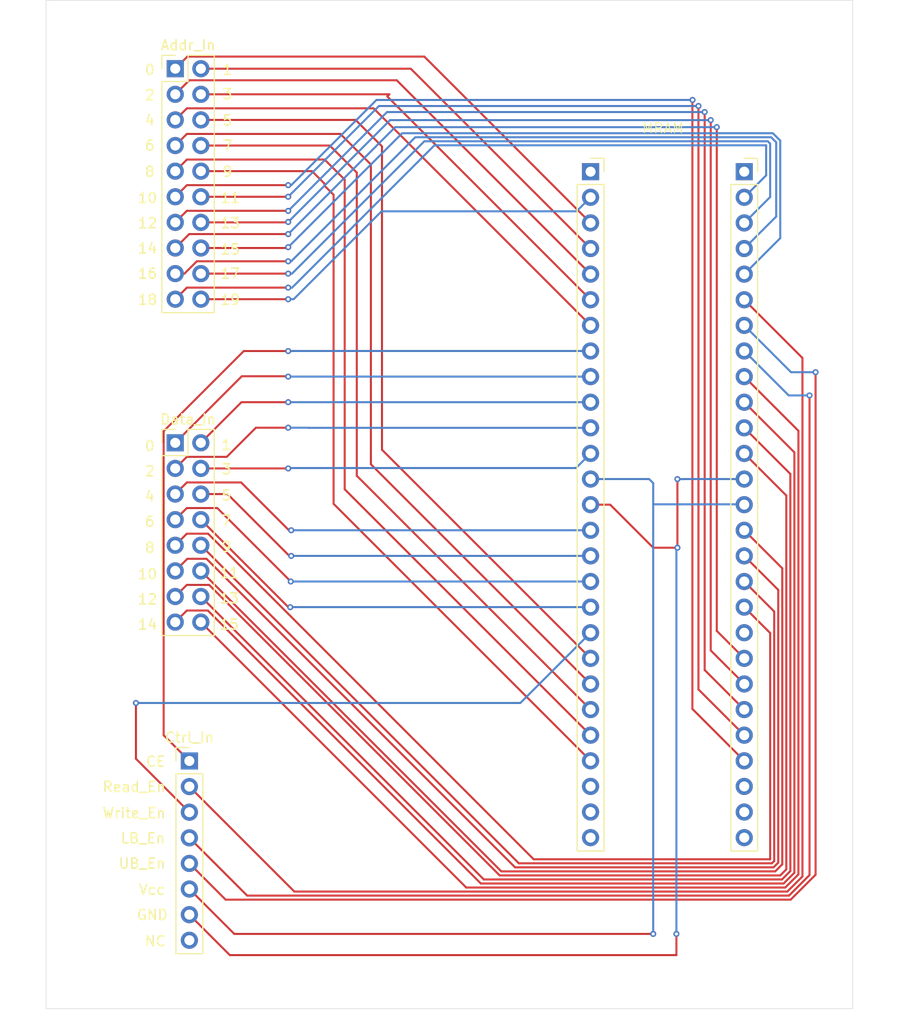
<source format=kicad_pcb>
(kicad_pcb (version 20240108) (generator "pcbnew") (generator_version "8.0")
  (layers (0 "F.Cu" signal) (31 "B.Cu" signal) (34 "B.Paste" user) (35 "F.Paste" user) (36 "B.SilkS" user "B.Silkscreen") (37 "F.SilkS" user "F.Silkscreen") (38 "B.Mask" user) (39 "F.Mask" user) (44 "Edge.Cuts" user))
  (net 0 "")
  (net 1 "Net-(J1-Addr_5)")
  (net 2 "Net-(J1-Addr_16)")
  (net 3 "Net-(J1-Addr_8)")
  (net 4 "Net-(J1-Addr_19)")
  (net 5 "Net-(J1-Addr_13)")
  (net 6 "Net-(J1-Addr_4)")
  (net 7 "Net-(J1-Addr_11)")
  (net 8 "Net-(J1-Addr_14)")
  (net 9 "Net-(J1-Addr_9)")
  (net 10 "Net-(J1-Addr_6)")
  (net 11 "Net-(J1-Addr_15)")
  (net 12 "Net-(J1-Addr_17)")
  (net 13 "Net-(J1-Addr_12)")
  (net 14 "Net-(J1-Addr_10)")
  (net 15 "Net-(J1-Addr_3)")
  (net 16 "Net-(J1-Addr_1)")
  (net 17 "Net-(J1-Addr_2)")
  (net 18 "Net-(J1-Addr_7)")
  (net 19 "Net-(J1-Addr_18)")
  (net 20 "Net-(J2-Data_11)")
  (net 21 "Net-(J2-Data_5)")
  (net 22 "Net-(J2-Data_13)")
  (net 23 "Net-(J2-Data_8)")
  (net 24 "Net-(J2-Data_15)")
  (net 25 "Net-(J2-Data_12)")
  (net 26 "Net-(J2-Data_4)")
  (net 27 "Net-(J2-Data_10)")
  (net 28 "Net-(J2-Data_6)")
  (net 29 "Net-(J2-Data_2)")
  (net 30 "Net-(J2-Data_1)")
  (net 31 "Net-(J2-Data_3)")
  (net 32 "Net-(J2-Data_7)")
  (net 33 "Net-(J2-Data_14)")
  (net 34 "Net-(J2-Data_9)")
  (net 37 "Net-(J3-Upper_byte_en)")
  (net 38 "Net-(J3-VCC)")
  (net 39 "Net-(J2-Data_0)")
  (net 42 "Net-(J3-Ground)")
  (net 45 "Net-(J3-Write_en)")
  (net 46 "Net-(J3-Lower_Byte_en)")
  (net 47 "Net-(J3-Read_en)")
  (net 48 "Net-(J3-Chip_en)")
  (net 53 "Net-(J1-Addr_0)")
  (footprint "Connector_PinHeader_2.54mm:PinHeader_2x10_P2.54mm_Vertical" (layer "F.Cu") (at 124.1 57.3)
    (property "Reference" "Addr_In" (at 1.27 -2.33 0) (layer "F.SilkS"))
    (property "Value" "2x10 Addr_in")
    (fp_line (start -1.33 -1.33) (end 0 -1.33) (stroke (width 0.12)) (layer "F.SilkS"))
    (fp_line (start -1.33 0) (end -1.33 -1.33) (stroke (width 0.12)) (layer "F.SilkS"))
    (fp_line (start -1.33 1.27) (end -1.33 24.19) (stroke (width 0.12)) (layer "F.SilkS"))
    (fp_line (start -1.33 1.27) (end 1.27 1.27) (stroke (width 0.12)) (layer "F.SilkS"))
    (fp_line (start -1.33 24.19) (end 3.87 24.19) (stroke (width 0.12)) (layer "F.SilkS"))
    (fp_line (start 1.27 -1.33) (end 3.87 -1.33) (stroke (width 0.12)) (layer "F.SilkS"))
    (fp_line (start 1.27 1.27) (end 1.27 -1.33) (stroke (width 0.12)) (layer "F.SilkS"))
    (fp_line (start 3.87 -1.33) (end 3.87 24.19) (stroke (width 0.12)) (layer "F.SilkS"))
    (pad "1" thru_hole rect (at 0 0) (size 1.7 1.7) (drill 1) (layers "*.Cu" "*.Mask") (net 53 "Net-(J1-Addr_0)"))
    (pad "2" thru_hole oval (at 2.54 0) (size 1.7 1.7) (drill 1) (layers "*.Cu" "*.Mask") (net 16 "Net-(J1-Addr_1)"))
    (pad "3" thru_hole oval (at 0 2.54) (size 1.7 1.7) (drill 1) (layers "*.Cu" "*.Mask") (net 17 "Net-(J1-Addr_2)"))
    (pad "4" thru_hole oval (at 2.54 2.54) (size 1.7 1.7) (drill 1) (layers "*.Cu" "*.Mask") (net 15 "Net-(J1-Addr_3)"))
    (pad "5" thru_hole oval (at 0 5.08) (size 1.7 1.7) (drill 1) (layers "*.Cu" "*.Mask") (net 6 "Net-(J1-Addr_4)"))
    (pad "6" thru_hole oval (at 2.54 5.08) (size 1.7 1.7) (drill 1) (layers "*.Cu" "*.Mask") (net 1 "Net-(J1-Addr_5)"))
    (pad "7" thru_hole oval (at 0 7.62) (size 1.7 1.7) (drill 1) (layers "*.Cu" "*.Mask") (net 10 "Net-(J1-Addr_6)"))
    (pad "8" thru_hole oval (at 2.54 7.62) (size 1.7 1.7) (drill 1) (layers "*.Cu" "*.Mask") (net 18 "Net-(J1-Addr_7)"))
    (pad "9" thru_hole oval (at 0 10.16) (size 1.7 1.7) (drill 1) (layers "*.Cu" "*.Mask") (net 3 "Net-(J1-Addr_8)"))
    (pad "10" thru_hole oval (at 2.54 10.16) (size 1.7 1.7) (drill 1) (layers "*.Cu" "*.Mask") (net 9 "Net-(J1-Addr_9)"))
    (pad "11" thru_hole oval (at 0 12.7) (size 1.7 1.7) (drill 1) (layers "*.Cu" "*.Mask") (net 14 "Net-(J1-Addr_10)"))
    (pad "12" thru_hole oval (at 2.54 12.7) (size 1.7 1.7) (drill 1) (layers "*.Cu" "*.Mask") (net 7 "Net-(J1-Addr_11)"))
    (pad "13" thru_hole oval (at 0 15.24) (size 1.7 1.7) (drill 1) (layers "*.Cu" "*.Mask") (net 13 "Net-(J1-Addr_12)"))
    (pad "14" thru_hole oval (at 2.54 15.24) (size 1.7 1.7) (drill 1) (layers "*.Cu" "*.Mask") (net 5 "Net-(J1-Addr_13)"))
    (pad "15" thru_hole oval (at 0 17.78) (size 1.7 1.7) (drill 1) (layers "*.Cu" "*.Mask") (net 8 "Net-(J1-Addr_14)"))
    (pad "16" thru_hole oval (at 2.54 17.78) (size 1.7 1.7) (drill 1) (layers "*.Cu" "*.Mask") (net 11 "Net-(J1-Addr_15)"))
    (pad "17" thru_hole oval (at 0 20.32) (size 1.7 1.7) (drill 1) (layers "*.Cu" "*.Mask") (net 2 "Net-(J1-Addr_16)"))
    (pad "18" thru_hole oval (at 2.54 20.32) (size 1.7 1.7) (drill 1) (layers "*.Cu" "*.Mask") (net 12 "Net-(J1-Addr_17)"))
    (pad "19" thru_hole oval (at 0 22.86) (size 1.7 1.7) (drill 1) (layers "*.Cu" "*.Mask") (net 19 "Net-(J1-Addr_18)"))
    (pad "20" thru_hole oval (at 2.54 22.86) (size 1.7 1.7) (drill 1) (layers "*.Cu" "*.Mask") (net 4 "Net-(J1-Addr_19)"))
  )
  (footprint "Connector_PinHeader_2.54mm:PinHeader_2x08_P2.54mm_Vertical" (layer "F.Cu") (at 124.096 94.4)
    (property "Reference" "Data_In" (at 1.27 -2.33 0) (layer "F.SilkS"))
    (property "Value" "2x8 Data_in")
    (fp_line (start -1.33 -1.33) (end 0 -1.33) (stroke (width 0.12)) (layer "F.SilkS"))
    (fp_line (start -1.33 0) (end -1.33 -1.33) (stroke (width 0.12)) (layer "F.SilkS"))
    (fp_line (start -1.33 1.27) (end -1.33 19.11) (stroke (width 0.12)) (layer "F.SilkS"))
    (fp_line (start -1.33 1.27) (end 1.27 1.27) (stroke (width 0.12)) (layer "F.SilkS"))
    (fp_line (start -1.33 19.11) (end 3.87 19.11) (stroke (width 0.12)) (layer "F.SilkS"))
    (fp_line (start 1.27 -1.33) (end 3.87 -1.33) (stroke (width 0.12)) (layer "F.SilkS"))
    (fp_line (start 1.27 1.27) (end 1.27 -1.33) (stroke (width 0.12)) (layer "F.SilkS"))
    (fp_line (start 3.87 -1.33) (end 3.87 19.11) (stroke (width 0.12)) (layer "F.SilkS"))
    (pad "1" thru_hole rect (at 0 0) (size 1.7 1.7) (drill 1) (layers "*.Cu" "*.Mask") (net 39 "Net-(J2-Data_0)"))
    (pad "2" thru_hole oval (at 2.54 0) (size 1.7 1.7) (drill 1) (layers "*.Cu" "*.Mask") (net 30 "Net-(J2-Data_1)"))
    (pad "3" thru_hole oval (at 0 2.54) (size 1.7 1.7) (drill 1) (layers "*.Cu" "*.Mask") (net 29 "Net-(J2-Data_2)"))
    (pad "4" thru_hole oval (at 2.54 2.54) (size 1.7 1.7) (drill 1) (layers "*.Cu" "*.Mask") (net 31 "Net-(J2-Data_3)"))
    (pad "5" thru_hole oval (at 0 5.08) (size 1.7 1.7) (drill 1) (layers "*.Cu" "*.Mask") (net 26 "Net-(J2-Data_4)"))
    (pad "6" thru_hole oval (at 2.54 5.08) (size 1.7 1.7) (drill 1) (layers "*.Cu" "*.Mask") (net 21 "Net-(J2-Data_5)"))
    (pad "7" thru_hole oval (at 0 7.62) (size 1.7 1.7) (drill 1) (layers "*.Cu" "*.Mask") (net 28 "Net-(J2-Data_6)"))
    (pad "8" thru_hole oval (at 2.54 7.62) (size 1.7 1.7) (drill 1) (layers "*.Cu" "*.Mask") (net 32 "Net-(J2-Data_7)"))
    (pad "9" thru_hole oval (at 0 10.16) (size 1.7 1.7) (drill 1) (layers "*.Cu" "*.Mask") (net 23 "Net-(J2-Data_8)"))
    (pad "10" thru_hole oval (at 2.54 10.16) (size 1.7 1.7) (drill 1) (layers "*.Cu" "*.Mask") (net 34 "Net-(J2-Data_9)"))
    (pad "11" thru_hole oval (at 0 12.7) (size 1.7 1.7) (drill 1) (layers "*.Cu" "*.Mask") (net 27 "Net-(J2-Data_10)"))
    (pad "12" thru_hole oval (at 2.54 12.7) (size 1.7 1.7) (drill 1) (layers "*.Cu" "*.Mask") (net 20 "Net-(J2-Data_11)"))
    (pad "13" thru_hole oval (at 0 15.24) (size 1.7 1.7) (drill 1) (layers "*.Cu" "*.Mask") (net 25 "Net-(J2-Data_12)"))
    (pad "14" thru_hole oval (at 2.54 15.24) (size 1.7 1.7) (drill 1) (layers "*.Cu" "*.Mask") (net 22 "Net-(J2-Data_13)"))
    (pad "15" thru_hole oval (at 0 17.78) (size 1.7 1.7) (drill 1) (layers "*.Cu" "*.Mask") (net 33 "Net-(J2-Data_14)"))
    (pad "16" thru_hole oval (at 2.54 17.78) (size 1.7 1.7) (drill 1) (layers "*.Cu" "*.Mask") (net 24 "Net-(J2-Data_15)"))
  )
  (footprint "My custom library:Female_header_connector" (layer "F.Cu") (at 150 65.7)
    (property "Reference" "MRAM" (at 22.45 -2.5 0) (layer "F.SilkS") (effects (font (thickness 0.1))))
    (property "Value" "~")
    (fp_line (start 13.9562 3.0826) (end 13.9562 69.1826) (stroke (width 0.12)) (layer "F.SilkS"))
    (fp_line (start 13.9562 3.0826) (end 16.6162 3.0826) (stroke (width 0.12)) (layer "F.SilkS"))
    (fp_line (start 13.9562 69.1826) (end 16.6162 69.1826) (stroke (width 0.12)) (layer "F.SilkS"))
    (fp_line (start 15.2862 0.4826) (end 16.6162 0.4826) (stroke (width 0.12)) (layer "F.SilkS"))
    (fp_line (start 16.6162 0.4826) (end 16.6162 1.8126) (stroke (width 0.12)) (layer "F.SilkS"))
    (fp_line (start 16.6162 3.0826) (end 16.6162 69.1826) (stroke (width 0.12)) (layer "F.SilkS"))
    (fp_line (start 29.19572 3.08356) (end 29.19572 69.18356) (stroke (width 0.12)) (layer "F.SilkS"))
    (fp_line (start 29.19572 3.08356) (end 31.85572 3.08356) (stroke (width 0.12)) (layer "F.SilkS"))
    (fp_line (start 29.19572 69.18356) (end 31.85572 69.18356) (stroke (width 0.12)) (layer "F.SilkS"))
    (fp_line (start 30.52572 0.48356) (end 31.85572 0.48356) (stroke (width 0.12)) (layer "F.SilkS"))
    (fp_line (start 31.85572 0.48356) (end 31.85572 1.81356) (stroke (width 0.12)) (layer "F.SilkS"))
    (fp_line (start 31.85572 3.08356) (end 31.85572 69.18356) (stroke (width 0.12)) (layer "F.SilkS"))
    (pad "1" thru_hole rect (at 15.2862 1.8126) (size 1.7 1.7) (drill 1) (layers "*.Cu" "*.Mask"))
    (pad "2" thru_hole oval (at 15.2862 4.3526) (size 1.7 1.7) (drill 1) (layers "*.Cu" "*.Mask") (net 4 "Net-(J1-Addr_19)"))
    (pad "3" thru_hole oval (at 15.2862 6.8926) (size 1.7 1.7) (drill 1) (layers "*.Cu" "*.Mask") (net 53 "Net-(J1-Addr_0)"))
    (pad "4" thru_hole oval (at 15.2862 9.4326) (size 1.7 1.7) (drill 1) (layers "*.Cu" "*.Mask") (net 16 "Net-(J1-Addr_1)"))
    (pad "5" thru_hole oval (at 15.2862 11.9726) (size 1.7 1.7) (drill 1) (layers "*.Cu" "*.Mask") (net 17 "Net-(J1-Addr_2)"))
    (pad "6" thru_hole oval (at 15.2862 14.5126) (size 1.7 1.7) (drill 1) (layers "*.Cu" "*.Mask") (net 15 "Net-(J1-Addr_3)"))
    (pad "7" thru_hole oval (at 15.2862 17.0526) (size 1.7 1.7) (drill 1) (layers "*.Cu" "*.Mask") (net 6 "Net-(J1-Addr_4)"))
    (pad "8" thru_hole oval (at 15.2862 19.5926) (size 1.7 1.7) (drill 1) (layers "*.Cu" "*.Mask") (net 48 "Net-(J3-Chip_en)"))
    (pad "9" thru_hole oval (at 15.2862 22.1326) (size 1.7 1.7) (drill 1) (layers "*.Cu" "*.Mask") (net 39 "Net-(J2-Data_0)"))
    (pad "10" thru_hole oval (at 15.2862 24.6726) (size 1.7 1.7) (drill 1) (layers "*.Cu" "*.Mask") (net 30 "Net-(J2-Data_1)"))
    (pad "11" thru_hole oval (at 15.2862 27.2126) (size 1.7 1.7) (drill 1) (layers "*.Cu" "*.Mask") (net 29 "Net-(J2-Data_2)"))
    (pad "12" thru_hole oval (at 15.2862 29.7526) (size 1.7 1.7) (drill 1) (layers "*.Cu" "*.Mask") (net 31 "Net-(J2-Data_3)"))
    (pad "13" thru_hole oval (at 15.2862 32.2926) (size 1.7 1.7) (drill 1) (layers "*.Cu" "*.Mask") (net 38 "Net-(J3-VCC)"))
    (pad "14" thru_hole oval (at 15.2862 34.8326) (size 1.7 1.7) (drill 1) (layers "*.Cu" "*.Mask") (net 42 "Net-(J3-Ground)"))
    (pad "15" thru_hole oval (at 15.2862 37.3726) (size 1.7 1.7) (drill 1) (layers "*.Cu" "*.Mask") (net 26 "Net-(J2-Data_4)"))
    (pad "16" thru_hole oval (at 15.2862 39.9126) (size 1.7 1.7) (drill 1) (layers "*.Cu" "*.Mask") (net 21 "Net-(J2-Data_5)"))
    (pad "17" thru_hole oval (at 15.2862 42.4526) (size 1.7 1.7) (drill 1) (layers "*.Cu" "*.Mask") (net 28 "Net-(J2-Data_6)"))
    (pad "18" thru_hole oval (at 15.2862 44.9926) (size 1.7 1.7) (drill 1) (layers "*.Cu" "*.Mask") (net 32 "Net-(J2-Data_7)"))
    (pad "19" thru_hole oval (at 15.2862 47.5326) (size 1.7 1.7) (drill 1) (layers "*.Cu" "*.Mask") (net 45 "Net-(J3-Write_en)"))
    (pad "20" thru_hole oval (at 15.2862 50.0726) (size 1.7 1.7) (drill 1) (layers "*.Cu" "*.Mask") (net 1 "Net-(J1-Addr_5)"))
    (pad "21" thru_hole oval (at 15.2862 52.6126) (size 1.7 1.7) (drill 1) (layers "*.Cu" "*.Mask") (net 10 "Net-(J1-Addr_6)"))
    (pad "22" thru_hole oval (at 15.2862 55.1526) (size 1.7 1.7) (drill 1) (layers "*.Cu" "*.Mask") (net 18 "Net-(J1-Addr_7)"))
    (pad "23" thru_hole oval (at 15.2862 57.6926) (size 1.7 1.7) (drill 1) (layers "*.Cu" "*.Mask") (net 3 "Net-(J1-Addr_8)"))
    (pad "24" thru_hole oval (at 15.2862 60.2326) (size 1.7 1.7) (drill 1) (layers "*.Cu" "*.Mask") (net 9 "Net-(J1-Addr_9)"))
    (pad "25" thru_hole oval (at 15.2862 62.7726) (size 1.7 1.7) (drill 1) (layers "*.Cu" "*.Mask"))
    (pad "26" thru_hole oval (at 15.2862 65.3126) (size 1.7 1.7) (drill 1) (layers "*.Cu" "*.Mask"))
    (pad "27" thru_hole oval (at 15.2862 67.8526) (size 1.7 1.7) (drill 1) (layers "*.Cu" "*.Mask"))
    (pad "28" thru_hole oval (at 30.52572 67.85356) (size 1.7 1.7) (drill 1) (layers "*.Cu" "*.Mask"))
    (pad "29" thru_hole oval (at 30.52572 65.31356) (size 1.7 1.7) (drill 1) (layers "*.Cu" "*.Mask"))
    (pad "30" thru_hole oval (at 30.52572 62.77356) (size 1.7 1.7) (drill 1) (layers "*.Cu" "*.Mask"))
    (pad "31" thru_hole oval (at 30.52572 60.23356) (size 1.7 1.7) (drill 1) (layers "*.Cu" "*.Mask") (net 14 "Net-(J1-Addr_10)"))
    (pad "32" thru_hole oval (at 30.52572 57.69356) (size 1.7 1.7) (drill 1) (layers "*.Cu" "*.Mask") (net 7 "Net-(J1-Addr_11)"))
    (pad "33" thru_hole oval (at 30.52572 55.15356) (size 1.7 1.7) (drill 1) (layers "*.Cu" "*.Mask") (net 13 "Net-(J1-Addr_12)"))
    (pad "34" thru_hole oval (at 30.52572 52.61356) (size 1.7 1.7) (drill 1) (layers "*.Cu" "*.Mask") (net 5 "Net-(J1-Addr_13)"))
    (pad "35" thru_hole oval (at 30.52572 50.07356) (size 1.7 1.7) (drill 1) (layers "*.Cu" "*.Mask") (net 8 "Net-(J1-Addr_14)"))
    (pad "36" thru_hole oval (at 30.52572 47.53356) (size 1.7 1.7) (drill 1) (layers "*.Cu" "*.Mask"))
    (pad "37" thru_hole oval (at 30.52572 44.99356) (size 1.7 1.7) (drill 1) (layers "*.Cu" "*.Mask") (net 23 "Net-(J2-Data_8)"))
    (pad "38" thru_hole oval (at 30.52572 42.45356) (size 1.7 1.7) (drill 1) (layers "*.Cu" "*.Mask") (net 34 "Net-(J2-Data_9)"))
    (pad "39" thru_hole oval (at 30.52572 39.91356) (size 1.7 1.7) (drill 1) (layers "*.Cu" "*.Mask") (net 27 "Net-(J2-Data_10)"))
    (pad "40" thru_hole oval (at 30.52572 37.37356) (size 1.7 1.7) (drill 1) (layers "*.Cu" "*.Mask") (net 20 "Net-(J2-Data_11)"))
    (pad "41" thru_hole oval (at 30.52572 34.83356) (size 1.7 1.7) (drill 1) (layers "*.Cu" "*.Mask") (net 38 "Net-(J3-VCC)"))
    (pad "42" thru_hole oval (at 30.52572 32.29356) (size 1.7 1.7) (drill 1) (layers "*.Cu" "*.Mask") (net 42 "Net-(J3-Ground)"))
    (pad "43" thru_hole oval (at 30.52572 29.75356) (size 1.7 1.7) (drill 1) (layers "*.Cu" "*.Mask") (net 25 "Net-(J2-Data_12)"))
    (pad "44" thru_hole oval (at 30.52572 27.21356) (size 1.7 1.7) (drill 1) (layers "*.Cu" "*.Mask") (net 22 "Net-(J2-Data_13)"))
    (pad "45" thru_hole oval (at 30.52572 24.67356) (size 1.7 1.7) (drill 1) (layers "*.Cu" "*.Mask") (net 33 "Net-(J2-Data_14)"))
    (pad "46" thru_hole oval (at 30.52572 22.13356) (size 1.7 1.7) (drill 1) (layers "*.Cu" "*.Mask") (net 24 "Net-(J2-Data_15)"))
    (pad "47" thru_hole oval (at 30.52572 19.59356) (size 1.7 1.7) (drill 1) (layers "*.Cu" "*.Mask") (net 46 "Net-(J3-Lower_Byte_en)"))
    (pad "48" thru_hole oval (at 30.52572 17.05356) (size 1.7 1.7) (drill 1) (layers "*.Cu" "*.Mask") (net 37 "Net-(J3-Upper_byte_en)"))
    (pad "49" thru_hole oval (at 30.52572 14.51356) (size 1.7 1.7) (drill 1) (layers "*.Cu" "*.Mask") (net 47 "Net-(J3-Read_en)"))
    (pad "50" thru_hole oval (at 30.52572 11.97356) (size 1.7 1.7) (drill 1) (layers "*.Cu" "*.Mask") (net 11 "Net-(J1-Addr_15)"))
    (pad "51" thru_hole oval (at 30.52572 9.43356) (size 1.7 1.7) (drill 1) (layers "*.Cu" "*.Mask") (net 2 "Net-(J1-Addr_16)"))
    (pad "52" thru_hole oval (at 30.52572 6.89356) (size 1.7 1.7) (drill 1) (layers "*.Cu" "*.Mask") (net 12 "Net-(J1-Addr_17)"))
    (pad "53" thru_hole oval (at 30.52572 4.35356) (size 1.7 1.7) (drill 1) (layers "*.Cu" "*.Mask") (net 19 "Net-(J1-Addr_18)"))
    (pad "54" thru_hole rect (at 30.52572 1.81356) (size 1.7 1.7) (drill 1) (layers "*.Cu" "*.Mask"))
  )
  (footprint "MountingHole:MountingHole_4.3mm_M4" (layer "F.Cu") (at 186.5 55.4)
    (property "Reference" "REF**" (hide yes))
    (property "Value" "MountingHole_4.3mm_M4")
    (pad "" np_thru_hole circle (at 0 0) (size 4.3 4.3) (drill 4.3) (layers "*.Cu" "*.Mask"))
  )
  (footprint "MountingHole:MountingHole_4.3mm_M4" (layer "F.Cu") (at 116.2 145.9)
    (property "Reference" "REF**" (hide yes))
    (property "Value" "MountingHole_4.3mm_M4")
    (pad "" np_thru_hole circle (at 0 0) (size 4.3 4.3) (drill 4.3) (layers "F&B.Cu" "*.Mask"))
  )
  (footprint "MountingHole:MountingHole_4.3mm_M4" (layer "F.Cu") (at 186.5 145.9)
    (property "Reference" "REF**" (hide yes))
    (property "Value" "MountingHole_4.3mm_M4")
    (pad "" np_thru_hole circle (at 0 0) (size 4.3 4.3) (drill 4.3) (layers "F&B.Cu" "*.Mask"))
  )
  (footprint "Connector_PinHeader_2.54mm:PinHeader_1x08_P2.54mm_Vertical" (layer "F.Cu") (at 125.5 125.95)
    (property "Reference" "Ctrl_In" (at 0 -2.33 0) (layer "F.SilkS"))
    (property "Value" "1x8 Ctrl Signal")
    (fp_line (start -1.33 -1.33) (end 0 -1.33) (stroke (width 0.12)) (layer "F.SilkS"))
    (fp_line (start -1.33 0) (end -1.33 -1.33) (stroke (width 0.12)) (layer "F.SilkS"))
    (fp_line (start -1.33 1.27) (end -1.33 19.11) (stroke (width 0.12)) (layer "F.SilkS"))
    (fp_line (start -1.33 1.27) (end 1.33 1.27) (stroke (width 0.12)) (layer "F.SilkS"))
    (fp_line (start -1.33 19.11) (end 1.33 19.11) (stroke (width 0.12)) (layer "F.SilkS"))
    (fp_line (start 1.33 1.27) (end 1.33 19.11) (stroke (width 0.12)) (layer "F.SilkS"))
    (pad "1" thru_hole rect (at 0 0) (size 1.7 1.7) (drill 1) (layers "*.Cu" "*.Mask") (net 48 "Net-(J3-Chip_en)"))
    (pad "2" thru_hole oval (at 0 2.54) (size 1.7 1.7) (drill 1) (layers "*.Cu" "*.Mask") (net 47 "Net-(J3-Read_en)"))
    (pad "3" thru_hole oval (at 0 5.08) (size 1.7 1.7) (drill 1) (layers "*.Cu" "*.Mask") (net 45 "Net-(J3-Write_en)"))
    (pad "4" thru_hole oval (at 0 7.62) (size 1.7 1.7) (drill 1) (layers "*.Cu" "*.Mask") (net 46 "Net-(J3-Lower_Byte_en)"))
    (pad "5" thru_hole oval (at 0 10.16) (size 1.7 1.7) (drill 1) (layers "*.Cu" "*.Mask") (net 37 "Net-(J3-Upper_byte_en)"))
    (pad "6" thru_hole oval (at 0 12.7) (size 1.7 1.7) (drill 1) (layers "*.Cu" "*.Mask") (net 38 "Net-(J3-VCC)"))
    (pad "7" thru_hole oval (at 0 15.24) (size 1.7 1.7) (drill 1) (layers "*.Cu" "*.Mask") (net 42 "Net-(J3-Ground)"))
    (pad "8" thru_hole oval (at 0 17.78) (size 1.7 1.7) (drill 1) (layers "*.Cu" "*.Mask"))
  )
  (footprint "MountingHole:MountingHole_4.3mm_M4" (layer "F.Cu") (at 116.2 55.4)
    (property "Reference" "REF**" (hide yes))
    (property "Value" "MountingHole_4.3mm_M4")
    (pad "" np_thru_hole circle (at 0 0) (size 4.3 4.3) (drill 4.3) (layers "F&B.Cu" "*.Mask"))
  )
  (gr_rect (start 111.2862 50.5126) (end 191.2862 150.5126) (stroke (width 0.05)) (fill none) (layer "Edge.Cuts"))
  (gr_text "9" (at 128.7 68.1 0) (layer "F.SilkS") (effects (font (size 1 1)) (justify left bottom)))
  (gr_text "15" (at 128.5 75.8 0) (layer "F.SilkS") (effects (font (size 1 1)) (justify left bottom)))
  (gr_text "4" (at 121 100.3 0) (layer "F.SilkS") (effects (font (size 1 1)) (justify left bottom)))
  (gr_text "13" (at 128.4 110.4 0) (layer "F.SilkS") (effects (font (size 1 1)) (justify left bottom)))
  (gr_text "7" (at 128.6 102.7 0) (layer "F.SilkS") (effects (font (size 1 1)) (justify left bottom)))
  (gr_text "13" (at 128.5 73.2 0) (layer "F.SilkS") (effects (font (size 1 1)) (justify left bottom)))
  (gr_text "12" (at 120.3 73.2 0) (layer "F.SilkS") (effects (font (size 1 1)) (justify left bottom)))
  (gr_text "4" (at 121 63 0) (layer "F.SilkS") (effects (font (size 1 1)) (justify left bottom)))
  (gr_text "16" (at 120.3 78.2 0) (layer "F.SilkS") (effects (font (size 1 1)) (justify left bottom)))
  (gr_text "1" (at 128.7 58 0) (layer "F.SilkS") (effects (font (size 1 1)) (justify left bottom)))
  (gr_text "15" (at 128.4 113 0) (layer "F.SilkS") (effects (font (size 1 1)) (justify left bottom)))
  (gr_text "NC" (at 121 144.4 0) (layer "F.SilkS") (effects (font (size 1 1)) (justify left bottom)))
  (gr_text "3" (at 128.6 97.6 0) (layer "F.SilkS") (effects (font (size 1 1)) (justify left bottom)))
  (gr_text "Vcc" (at 120.4 139.3 0) (layer "F.SilkS") (effects (font (size 1 1)) (justify left bottom)))
  (gr_text "10" (at 120.3 108 0) (layer "F.SilkS") (effects (font (size 1 1)) (justify left bottom)))
  (gr_text "0" (at 121 95.3 0) (layer "F.SilkS") (effects (font (size 1 1)) (justify left bottom)))
  (gr_text "17" (at 128.5 78.2 0) (layer "F.SilkS") (effects (font (size 1 1)) (justify left bottom)))
  (gr_text "Read_En" (at 116.8 129.1 0) (layer "F.SilkS") (effects (font (size 1 1)) (justify left bottom)))
  (gr_text "11" (at 128.5 70.7 0) (layer "F.SilkS") (effects (font (size 1 1)) (justify left bottom)))
  (gr_text "GND" (at 120.2 141.8 0) (layer "F.SilkS") (effects (font (size 1 1)) (justify left bottom)))
  (gr_text "14" (at 120.3 113 0) (layer "F.SilkS") (effects (font (size 1 1)) (justify left bottom)))
  (gr_text "LB_En" (at 118.6 134.2 0) (layer "F.SilkS") (effects (font (size 1 1)) (justify left bottom)))
  (gr_text "11" (at 128.4 107.9 0) (layer "F.SilkS") (effects (font (size 1 1)) (justify left bottom)))
  (gr_text "6" (at 121 65.5 0) (layer "F.SilkS") (effects (font (size 1 1)) (justify left bottom)))
  (gr_text "12" (at 120.3 110.5 0) (layer "F.SilkS") (effects (font (size 1 1)) (justify left bottom)))
  (gr_text "8" (at 121 68.1 0) (layer "F.SilkS") (effects (font (size 1 1)) (justify left bottom)))
  (gr_text "UB_En" (at 118.4 136.7 0) (layer "F.SilkS") (effects (font (size 1 1)) (justify left bottom)))
  (gr_text "2" (at 121 97.8 0) (layer "F.SilkS") (effects (font (size 1 1)) (justify left bottom)))
  (gr_text "9" (at 128.6 105.3 0) (layer "F.SilkS") (effects (font (size 1 1)) (justify left bottom)))
  (gr_text "18" (at 120.3 80.8 0) (layer "F.SilkS") (effects (font (size 1 1)) (justify left bottom)))
  (gr_text "0" (at 121 58 0) (layer "F.SilkS") (effects (font (size 1 1)) (justify left bottom)))
  (gr_text "3" (at 128.7 60.4 0) (layer "F.SilkS") (effects (font (size 1 1)) (justify left bottom)))
  (gr_text "10" (at 120.3 70.7 0) (layer "F.SilkS") (effects (font (size 1 1)) (justify left bottom)))
  (gr_text "14" (at 120.3 75.7 0) (layer "F.SilkS") (effects (font (size 1 1)) (justify left bottom)))
  (gr_text "1" (at 128.6 95.2 0) (layer "F.SilkS") (effects (font (size 1 1)) (justify left bottom)))
  (gr_text "6" (at 121 102.8 0) (layer "F.SilkS") (effects (font (size 1 1)) (justify left bottom)))
  (gr_text "2" (at 121 60.5 0) (layer "F.SilkS") (effects (font (size 1 1)) (justify left bottom)))
  (gr_text "7" (at 128.7 65.5 0) (layer "F.SilkS") (effects (font (size 1 1)) (justify left bottom)))
  (gr_text "5" (at 128.6 100.2 0) (layer "F.SilkS") (effects (font (size 1 1)) (justify left bottom)))
  (gr_text "8" (at 121 105.4 0) (layer "F.SilkS") (effects (font (size 1 1)) (justify left bottom)))
  (gr_text "Write_En" (at 116.8 131.7 0) (layer "F.SilkS") (effects (font (size 1 1)) (justify left bottom)))
  (gr_text "5" (at 128.7 63 0) (layer "F.SilkS") (effects (font (size 1 1)) (justify left bottom)))
  (gr_text "CE" (at 121.1 126.6 0) (layer "F.SilkS") (effects (font (size 1 1)) (justify left bottom)))
  (gr_text "19" (at 128.5 80.8 0) (layer "F.SilkS") (effects (font (size 1 1)) (justify left bottom)))
  (segment (start 126.64 62.38) (end 141.98 62.38) (width 0.2) (layer "F.Cu") (net 1))
  (segment (start 144.6 95.0864) (end 165.2862 115.7726) (width 0.2) (layer "F.Cu") (net 1))
  (segment (start 141.98 62.38) (end 144.6 65) (width 0.2) (layer "F.Cu") (net 1))
  (segment (start 144.6 65) (end 144.6 95.0864) (width 0.2) (layer "F.Cu") (net 1))
  (segment (start 135.3 76.4) (end 126.233654 76.4) (width 0.2) (layer "F.Cu") (net 2))
  (segment (start 126.233654 76.4) (end 125.013654 77.62) (width 0.2) (layer "F.Cu") (net 2))
  (segment (start 125.013654 77.62) (end 124.1 77.62) (width 0.2) (layer "F.Cu") (net 2))
  (via (at 135.3 76.4) (size 0.6) (drill 0.3) (layers "F.Cu" "B.Cu") (net 2))
  (segment (start 183.2 64.1) (end 183.7 64.6) (width 0.2) (layer "B.Cu") (net 2))
  (segment (start 147.9 64.1) (end 183.2 64.1) (width 0.2) (layer "B.Cu") (net 2))
  (segment (start 183.7 64.6) (end 183.7 71.95928) (width 0.2) (layer "B.Cu") (net 2))
  (segment (start 135.3 76.4) (end 135.6 76.4) (width 0.2) (layer "B.Cu") (net 2))
  (segment (start 183.7 71.95928) (end 180.52572 75.13356) (width 0.2) (layer "B.Cu") (net 2))
  (segment (start 135.6 76.4) (end 147.9 64.1) (width 0.2) (layer "B.Cu") (net 2))
  (segment (start 140.9 68.3) (end 140.9 99.0064) (width 0.2) (layer "F.Cu") (net 3))
  (segment (start 124.1 67.46) (end 125.25 66.31) (width 0.2) (layer "F.Cu") (net 3))
  (segment (start 138.91 66.31) (end 140.9 68.3) (width 0.2) (layer "F.Cu") (net 3))
  (segment (start 140.9 99.0064) (end 165.2862 123.3926) (width 0.2) (layer "F.Cu") (net 3))
  (segment (start 125.25 66.31) (end 138.91 66.31) (width 0.2) (layer "F.Cu") (net 3))
  (segment (start 135.3 80.16) (end 126.64 80.16) (width 0.2) (layer "F.Cu") (net 4))
  (via (at 135.3 80.16) (size 0.6) (drill 0.3) (layers "F.Cu" "B.Cu") (net 4))
  (segment (start 144.5574 71.4426) (end 163.8962 71.4426) (width 0.2) (layer "B.Cu") (net 4))
  (segment (start 163.8962 71.4426) (end 165.2862 70.0526) (width 0.2) (layer "B.Cu") (net 4))
  (segment (start 135.84 80.16) (end 144.5574 71.4426) (width 0.2) (layer "B.Cu") (net 4))
  (segment (start 135.3 80.16) (end 135.84 80.16) (width 0.2) (layer "B.Cu") (net 4))
  (segment (start 177.2 62.4) (end 177.2 114.98784) (width 0.2) (layer "F.Cu") (net 5))
  (segment (start 135.26 72.54) (end 135.3 72.5) (width 0.2) (layer "F.Cu") (net 5))
  (segment (start 126.64 72.54) (end 135.26 72.54) (width 0.2) (layer "F.Cu") (net 5))
  (segment (start 177.2 114.98784) (end 180.52572 118.31356) (width 0.2) (layer "F.Cu") (net 5))
  (via (at 135.3 72.5) (size 0.6) (drill 0.3) (layers "F.Cu" "B.Cu") (net 5))
  (via (at 177.2 62.4) (size 0.6) (drill 0.3) (layers "F.Cu" "B.Cu") (net 5))
  (segment (start 177.2 62.4) (end 145.4 62.4) (width 0.2) (layer "B.Cu") (net 5))
  (segment (start 145.4 62.4) (end 135.3 72.5) (width 0.2) (layer "B.Cu") (net 5))
  (segment (start 125.25 61.23) (end 143.7636 61.23) (width 0.2) (layer "F.Cu") (net 6))
  (segment (start 143.7636 61.23) (end 165.2862 82.7526) (width 0.2) (layer "F.Cu") (net 6))
  (segment (start 124.1 62.38) (end 125.25 61.23) (width 0.2) (layer "F.Cu") (net 6))
  (segment (start 175.985421 118.853261) (end 180.52572 123.39356) (width 0.2) (layer "F.Cu") (net 7))
  (segment (start 126.64 70) (end 135.3 70) (width 0.2) (layer "F.Cu") (net 7))
  (segment (start 175.985421 61) (end 175.985421 118.853261) (width 0.2) (layer "F.Cu") (net 7))
  (via (at 135.3 70) (size 0.6) (drill 0.3) (layers "F.Cu" "B.Cu") (net 7))
  (via (at 175.985421 61) (size 0.6) (drill 0.3) (layers "F.Cu" "B.Cu") (net 7))
  (segment (start 135.3 70) (end 144.3 61) (width 0.2) (layer "B.Cu") (net 7))
  (segment (start 144.3 61) (end 175.985421 61) (width 0.2) (layer "B.Cu") (net 7))
  (segment (start 177.8 113.04784) (end 180.52572 115.77356) (width 0.2) (layer "F.Cu") (net 8))
  (segment (start 125.48 73.7) (end 135.3 73.7) (width 0.2) (layer "F.Cu") (net 8))
  (segment (start 177.8 63.1) (end 177.8 113.04784) (width 0.2) (layer "F.Cu") (net 8))
  (segment (start 124.1 75.08) (end 125.48 73.7) (width 0.2) (layer "F.Cu") (net 8))
  (via (at 177.8 63.1) (size 0.6) (drill 0.3) (layers "F.Cu" "B.Cu") (net 8))
  (via (at 135.3 73.7) (size 0.6) (drill 0.3) (layers "F.Cu" "B.Cu") (net 8))
  (segment (start 135.3 73.7) (end 145.9 63.1) (width 0.2) (layer "B.Cu") (net 8))
  (segment (start 145.9 63.1) (end 177.8 63.1) (width 0.2) (layer "B.Cu") (net 8))
  (segment (start 126.64 67.46) (end 137.66 67.46) (width 0.2) (layer "F.Cu") (net 9))
  (segment (start 139.8 100.4464) (end 165.2862 125.9326) (width 0.2) (layer "F.Cu") (net 9))
  (segment (start 138.9 68.9) (end 139.8 69.8) (width 0.2) (layer "F.Cu") (net 9))
  (segment (start 138.9 68.7) (end 138.9 68.9) (width 0.2) (layer "F.Cu") (net 9))
  (segment (start 137.66 67.46) (end 138.9 68.7) (width 0.2) (layer "F.Cu") (net 9))
  (segment (start 139.8 69.8) (end 139.8 100.4464) (width 0.2) (layer "F.Cu") (net 9))
  (segment (start 140.47 63.77) (end 143.5 66.8) (width 0.2) (layer "F.Cu") (net 10))
  (segment (start 124.1 64.92) (end 125.25 63.77) (width 0.2) (layer "F.Cu") (net 10))
  (segment (start 143.5 66.8) (end 143.5 96.5264) (width 0.2) (layer "F.Cu") (net 10))
  (segment (start 143.5 96.5264) (end 165.2862 118.3126) (width 0.2) (layer "F.Cu") (net 10))
  (segment (start 125.25 63.77) (end 140.47 63.77) (width 0.2) (layer "F.Cu") (net 10))
  (segment (start 126.64 75.08) (end 135.22 75.08) (width 0.2) (layer "F.Cu") (net 11))
  (segment (start 135.22 75.08) (end 135.3 75) (width 0.2) (layer "F.Cu") (net 11))
  (via (at 135.3 75) (size 0.6) (drill 0.3) (layers "F.Cu" "B.Cu") (net 11))
  (segment (start 184.1 74.09928) (end 180.52572 77.67356) (width 0.2) (layer "B.Cu") (net 11))
  (segment (start 184.1 64.434314) (end 184.1 74.09928) (width 0.2) (layer "B.Cu") (net 11))
  (segment (start 146.6 63.7) (end 183.365686 63.7) (width 0.2) (layer "B.Cu") (net 11))
  (segment (start 135.3 75) (end 146.6 63.7) (width 0.2) (layer "B.Cu") (net 11))
  (segment (start 183.365686 63.7) (end 184.1 64.434314) (width 0.2) (layer "B.Cu") (net 11))
  (segment (start 135.3 77.62) (end 126.64 77.62) (width 0.2) (layer "F.Cu") (net 12))
  (via (at 135.3 77.62) (size 0.6) (drill 0.3) (layers "F.Cu" "B.Cu") (net 12))
  (segment (start 135.68 77.62) (end 148.8 64.5) (width 0.2) (layer "B.Cu") (net 12))
  (segment (start 182.865685 64.5) (end 183.1 64.734315) (width 0.2) (layer "B.Cu") (net 12))
  (segment (start 183.1 64.734315) (end 183.1 70.01928) (width 0.2) (layer "B.Cu") (net 12))
  (segment (start 148.8 64.5) (end 182.865685 64.5) (width 0.2) (layer "B.Cu") (net 12))
  (segment (start 135.3 77.62) (end 135.68 77.62) (width 0.2) (layer "B.Cu") (net 12))
  (segment (start 183.1 70.01928) (end 180.52572 72.59356) (width 0.2) (layer "B.Cu") (net 12))
  (segment (start 125.25 71.39) (end 135.29 71.39) (width 0.2) (layer "F.Cu") (net 13))
  (segment (start 124.1 72.54) (end 125.25 71.39) (width 0.2) (layer "F.Cu") (net 13))
  (segment (start 135.29 71.39) (end 135.3 71.4) (width 0.2) (layer "F.Cu") (net 13))
  (segment (start 176.6 116.92784) (end 180.52572 120.85356) (width 0.2) (layer "F.Cu") (net 13))
  (segment (start 176.6 61.6) (end 176.6 116.92784) (width 0.2) (layer "F.Cu") (net 13))
  (via (at 135.3 71.4) (size 0.6) (drill 0.3) (layers "F.Cu" "B.Cu") (net 13))
  (via (at 176.6 61.6) (size 0.6) (drill 0.3) (layers "F.Cu" "B.Cu") (net 13))
  (segment (start 176.6 61.6) (end 145.1 61.6) (width 0.2) (layer "B.Cu") (net 13))
  (segment (start 145.1 61.6) (end 135.3 71.4) (width 0.2) (layer "B.Cu") (net 13))
  (segment (start 175.4 60.4) (end 175.385421 60.414579) (width 0.2) (layer "F.Cu") (net 14))
  (segment (start 175.385421 120.793261) (end 180.52572 125.93356) (width 0.2) (layer "F.Cu") (net 14))
  (segment (start 135.3 68.85) (end 125.25 68.85) (width 0.2) (layer "F.Cu") (net 14))
  (segment (start 175.385421 60.414579) (end 175.385421 120.793261) (width 0.2) (layer "F.Cu") (net 14))
  (segment (start 125.25 68.85) (end 124.1 70) (width 0.2) (layer "F.Cu") (net 14))
  (via (at 135.3 68.85) (size 0.6) (drill 0.3) (layers "F.Cu" "B.Cu") (net 14))
  (via (at 175.4 60.4) (size 0.6) (drill 0.3) (layers "F.Cu" "B.Cu") (net 14))
  (segment (start 144.051471 60.4) (end 175.4 60.4) (width 0.2) (layer "B.Cu") (net 14))
  (segment (start 135.3 68.85) (end 135.601471 68.85) (width 0.2) (layer "B.Cu") (net 14))
  (segment (start 135.601471 68.85) (end 144.051471 60.4) (width 0.2) (layer "B.Cu") (net 14))
  (segment (start 145.34 59.84) (end 145.1268 60.0532) (width 0.2) (layer "F.Cu") (net 15))
  (segment (start 145.1268 60.0532) (end 165.2862 80.2126) (width 0.2) (layer "F.Cu") (net 15))
  (segment (start 126.64 59.84) (end 145.34 59.84) (width 0.2) (layer "F.Cu") (net 15))
  (segment (start 147.4536 57.3) (end 165.2862 75.1326) (width 0.2) (layer "F.Cu") (net 16))
  (segment (start 126.64 57.3) (end 147.4536 57.3) (width 0.2) (layer "F.Cu") (net 16))
  (segment (start 124.1 59.84) (end 125.49 58.45) (width 0.2) (layer "F.Cu") (net 17))
  (segment (start 125.49 58.45) (end 146.0636 58.45) (width 0.2) (layer "F.Cu") (net 17))
  (segment (start 146.0636 58.45) (end 165.2862 77.6726) (width 0.2) (layer "F.Cu") (net 17))
  (segment (start 126.64 64.92) (end 139.42 64.92) (width 0.2) (layer "F.Cu") (net 18))
  (segment (start 142.1 97.6664) (end 165.2862 120.8526) (width 0.2) (layer "F.Cu") (net 18))
  (segment (start 139.42 64.92) (end 142.1 67.6) (width 0.2) (layer "F.Cu") (net 18))
  (segment (start 142.1 67.6) (end 142.1 97.6664) (width 0.2) (layer "F.Cu") (net 18))
  (segment (start 135.3 79.01) (end 125.25 79.01) (width 0.2) (layer "F.Cu") (net 19))
  (segment (start 125.25 79.01) (end 124.1 80.16) (width 0.2) (layer "F.Cu") (net 19))
  (via (at 135.3 79.01) (size 0.6) (drill 0.3) (layers "F.Cu" "B.Cu") (net 19))
  (segment (start 182.7 67.87928) (end 180.52572 70.05356) (width 0.2) (layer "B.Cu") (net 19))
  (segment (start 135.3 79.01) (end 135.69 79.01) (width 0.2) (layer "B.Cu") (net 19))
  (segment (start 182.7 64.9) (end 182.7 67.87928) (width 0.2) (layer "B.Cu") (net 19))
  (segment (start 135.69 79.01) (end 149.8 64.9) (width 0.2) (layer "B.Cu") (net 19))
  (segment (start 149.8 64.9) (end 182.7 64.9) (width 0.2) (layer "B.Cu") (net 19))
  (segment (start 184.3 136.197057) (end 184.3 106.84784) (width 0.2) (layer "F.Cu") (net 20))
  (segment (start 156.436 136.9) (end 183.597057 136.9) (width 0.2) (layer "F.Cu") (net 20))
  (segment (start 184.3 106.84784) (end 180.52572 103.07356) (width 0.2) (layer "F.Cu") (net 20))
  (segment (start 126.636 107.1) (end 156.436 136.9) (width 0.2) (layer "F.Cu") (net 20))
  (segment (start 183.597057 136.9) (end 184.3 136.197057) (width 0.2) (layer "F.Cu") (net 20))
  (segment (start 135.6 105.6126) (end 135.4126 105.6126) (width 0.2) (layer "F.Cu") (net 21))
  (segment (start 135.4126 105.6126) (end 129.28 99.48) (width 0.2) (layer "F.Cu") (net 21))
  (segment (start 129.28 99.48) (end 126.636 99.48) (width 0.2) (layer "F.Cu") (net 21))
  (via (at 135.6 105.6126) (size 0.6) (drill 0.3) (layers "F.Cu" "B.Cu") (net 21))
  (segment (start 135.6 105.6126) (end 165.2862 105.6126) (width 0.2) (layer "B.Cu") (net 21))
  (segment (start 185.1 136.865686) (end 185.1 97.48784) (width 0.2) (layer "F.Cu") (net 22))
  (segment (start 184.265686 137.7) (end 185.1 136.865686) (width 0.2) (layer "F.Cu") (net 22))
  (segment (start 185.1 97.48784) (end 180.52572 92.91356) (width 0.2) (layer "F.Cu") (net 22))
  (segment (start 154.696 137.7) (end 184.265686 137.7) (width 0.2) (layer "F.Cu") (net 22))
  (segment (start 126.636 109.64) (end 154.696 137.7) (width 0.2) (layer "F.Cu") (net 22))
  (segment (start 183.1 113.26784) (end 180.52572 110.69356) (width 0.2) (layer "F.Cu") (net 23))
  (segment (start 183.1 135.7) (end 183.1 113.26784) (width 0.2) (layer "F.Cu") (net 23))
  (segment (start 159.642346 135.7) (end 183.1 135.7) (width 0.2) (layer "F.Cu") (net 23))
  (segment (start 125.246 103.41) (end 127.352346 103.41) (width 0.2) (layer "F.Cu") (net 23))
  (segment (start 124.096 104.56) (end 125.246 103.41) (width 0.2) (layer "F.Cu") (net 23))
  (segment (start 127.352346 103.41) (end 159.642346 135.7) (width 0.2) (layer "F.Cu") (net 23))
  (segment (start 185.9 93.20784) (end 180.52572 87.83356) (width 0.2) (layer "F.Cu") (net 24))
  (segment (start 184.597058 138.5) (end 185.9 137.197058) (width 0.2) (layer "F.Cu") (net 24))
  (segment (start 126.636 112.18) (end 152.956 138.5) (width 0.2) (layer "F.Cu") (net 24))
  (segment (start 152.956 138.5) (end 184.597058 138.5) (width 0.2) (layer "F.Cu") (net 24))
  (segment (start 185.9 137.197058) (end 185.9 93.20784) (width 0.2) (layer "F.Cu") (net 24))
  (segment (start 156.270314 137.3) (end 184.1 137.3) (width 0.2) (layer "F.Cu") (net 25))
  (segment (start 184.7 136.7) (end 184.7 99.62784) (width 0.2) (layer "F.Cu") (net 25))
  (segment (start 124.096 109.64) (end 125.246 108.49) (width 0.2) (layer "F.Cu") (net 25))
  (segment (start 184.1 137.3) (end 184.7 136.7) (width 0.2) (layer "F.Cu") (net 25))
  (segment (start 125.246 108.49) (end 127.460314 108.49) (width 0.2) (layer "F.Cu") (net 25))
  (segment (start 184.7 99.62784) (end 180.52572 95.45356) (width 0.2) (layer "F.Cu") (net 25))
  (segment (start 127.460314 108.49) (end 156.270314 137.3) (width 0.2) (layer "F.Cu") (net 25))
  (segment (start 135.3726 103.0726) (end 130.63 98.33) (width 0.2) (layer "F.Cu") (net 26))
  (segment (start 130.63 98.33) (end 125.246 98.33) (width 0.2) (layer "F.Cu") (net 26))
  (segment (start 135.6 103.0726) (end 135.3726 103.0726) (width 0.2) (layer "F.Cu") (net 26))
  (segment (start 125.246 98.33) (end 124.096 99.48) (width 0.2) (layer "F.Cu") (net 26))
  (via (at 135.6 103.0726) (size 0.6) (drill 0.3) (layers "F.Cu" "B.Cu") (net 26))
  (segment (start 135.6 103.0726) (end 165.2862 103.0726) (width 0.2) (layer "B.Cu") (net 26))
  (segment (start 183.9 108.98784) (end 180.52572 105.61356) (width 0.2) (layer "F.Cu") (net 27))
  (segment (start 183.431371 136.5) (end 183.9 136.031371) (width 0.2) (layer "F.Cu") (net 27))
  (segment (start 125.296 105.9) (end 127.2 105.9) (width 0.2) (layer "F.Cu") (net 27))
  (segment (start 127.2 105.9) (end 157.8 136.5) (width 0.2) (layer "F.Cu") (net 27))
  (segment (start 157.8 136.5) (end 183.431371 136.5) (width 0.2) (layer "F.Cu") (net 27))
  (segment (start 124.096 107.1) (end 125.296 105.9) (width 0.2) (layer "F.Cu") (net 27))
  (segment (start 183.9 136.031371) (end 183.9 108.98784) (width 0.2) (layer "F.Cu") (net 27))
  (segment (start 128.27 100.87) (end 125.246 100.87) (width 0.2) (layer "F.Cu") (net 28))
  (segment (start 135.5526 108.1526) (end 128.27 100.87) (width 0.2) (layer "F.Cu") (net 28))
  (segment (start 125.246 100.87) (end 124.096 102.02) (width 0.2) (layer "F.Cu") (net 28))
  (via (at 135.5526 108.1526) (size 0.6) (drill 0.3) (layers "F.Cu" "B.Cu") (net 28))
  (segment (start 135.5526 108.1526) (end 165.2862 108.1526) (width 0.2) (layer "B.Cu") (net 28))
  (segment (start 129.21 95.79) (end 125.246 95.79) (width 0.2) (layer "F.Cu") (net 29))
  (segment (start 132.1 92.9) (end 129.21 95.79) (width 0.2) (layer "F.Cu") (net 29))
  (segment (start 125.246 95.79) (end 124.096 96.94) (width 0.2) (layer "F.Cu") (net 29))
  (segment (start 135.3 92.9) (end 132.1 92.9) (width 0.2) (layer "F.Cu") (net 29))
  (via (at 135.3 92.9) (size 0.6) (drill 0.3) (layers "F.Cu" "B.Cu") (net 29))
  (segment (start 135.3 92.9) (end 137.3 92.9) (width 0.2) (layer "B.Cu") (net 29))
  (segment (start 137.3 92.9) (end 137.3126 92.9126) (width 0.2) (layer "B.Cu") (net 29))
  (segment (start 137.3126 92.9126) (end 165.2862 92.9126) (width 0.2) (layer "B.Cu") (net 29))
  (segment (start 135.3 90.3726) (end 130.6634 90.3726) (width 0.2) (layer "F.Cu") (net 30))
  (segment (start 130.6634 90.3726) (end 126.636 94.4) (width 0.2) (layer "F.Cu") (net 30))
  (via (at 135.3 90.3726) (size 0.6) (drill 0.3) (layers "F.Cu" "B.Cu") (net 30))
  (segment (start 135.3 90.3726) (end 165.2862 90.3726) (width 0.2) (layer "B.Cu") (net 30))
  (segment (start 135.3 96.94) (end 126.636 96.94) (width 0.2) (layer "F.Cu") (net 31))
  (via (at 135.3 96.94) (size 0.6) (drill 0.3) (layers "F.Cu" "B.Cu") (net 31))
  (segment (start 163.8388 96.9) (end 165.2862 95.4526) (width 0.2) (layer "B.Cu") (net 31))
  (segment (start 135.3 96.94) (end 135.34 96.9) (width 0.2) (layer "B.Cu") (net 31))
  (segment (start 135.34 96.9) (end 163.8388 96.9) (width 0.2) (layer "B.Cu") (net 31))
  (segment (start 126.636 102.02) (end 135.316 110.7) (width 0.2) (layer "F.Cu") (net 32))
  (segment (start 135.316 110.7) (end 135.5 110.7) (width 0.2) (layer "F.Cu") (net 32))
  (via (at 135.5 110.7) (size 0.6) (drill 0.3) (layers "F.Cu" "B.Cu") (net 32))
  (segment (start 135.5 110.7) (end 135.5074 110.6926) (width 0.2) (layer "B.Cu") (net 32))
  (segment (start 135.5074 110.6926) (end 165.2862 110.6926) (width 0.2) (layer "B.Cu") (net 32))
  (segment (start 185.5 137.031372) (end 185.5 95.34784) (width 0.2) (layer "F.Cu") (net 33))
  (segment (start 184.431372 138.1) (end 185.5 137.031372) (width 0.2) (layer "F.Cu") (net 33))
  (segment (start 154.4 138.1) (end 184.431372 138.1) (width 0.2) (layer "F.Cu") (net 33))
  (segment (start 125.246 111.03) (end 127.33 111.03) (width 0.2) (layer "F.Cu") (net 33))
  (segment (start 124.096 112.18) (end 125.246 111.03) (width 0.2) (layer "F.Cu") (net 33))
  (segment (start 185.5 95.34784) (end 180.52572 90.37356) (width 0.2) (layer "F.Cu") (net 33))
  (segment (start 127.33 111.03) (end 154.4 138.1) (width 0.2) (layer "F.Cu") (net 33))
  (segment (start 183.5 135.865685) (end 183.5 111.12784) (width 0.2) (layer "F.Cu") (net 34))
  (segment (start 158.176 136.1) (end 183.265685 136.1) (width 0.2) (layer "F.Cu") (net 34))
  (segment (start 126.636 104.56) (end 158.176 136.1) (width 0.2) (layer "F.Cu") (net 34))
  (segment (start 183.265685 136.1) (end 183.5 135.865685) (width 0.2) (layer "F.Cu") (net 34))
  (segment (start 183.5 111.12784) (end 180.52572 108.15356) (width 0.2) (layer "F.Cu") (net 34))
  (segment (start 185.131372 139.7) (end 187.6 137.231372) (width 0.2) (layer "F.Cu") (net 37))
  (segment (start 125.5 136.11) (end 129.09 139.7) (width 0.2) (layer "F.Cu") (net 37))
  (segment (start 129.09 139.7) (end 185.131372 139.7) (width 0.2) (layer "F.Cu") (net 37))
  (segment (start 187.6 137.231372) (end 187.6 87.4) (width 0.2) (layer "F.Cu") (net 37))
  (via (at 187.6 87.4) (size 0.6) (drill 0.3) (layers "F.Cu" "B.Cu") (net 37))
  (segment (start 185.17216 87.4) (end 180.52572 82.75356) (width 0.2) (layer "B.Cu") (net 37))
  (segment (start 187.6 87.4) (end 185.17216 87.4) (width 0.2) (layer "B.Cu") (net 37))
  (segment (start 125.5 138.65) (end 129.95 143.1) (width 0.2) (layer "F.Cu") (net 38))
  (segment (start 129.95 143.1) (end 171.5 143.1) (width 0.2) (layer "F.Cu") (net 38))
  (via (at 171.5 143.1) (size 0.6) (drill 0.3) (layers "F.Cu" "B.Cu") (net 38))
  (segment (start 165.2862 97.9926) (end 171.0926 97.9926) (width 0.2) (layer "B.Cu") (net 38))
  (segment (start 171.5 100.5) (end 180.49216 100.5) (width 0.2) (layer "B.Cu") (net 38))
  (segment (start 171.5 143.1) (end 171.5 104.4) (width 0.2) (layer "B.Cu") (net 38))
  (segment (start 171.5 98.4) (end 171.5 104.4) (width 0.2) (layer "B.Cu") (net 38))
  (segment (start 171.0926 97.9926) (end 171.5 98.4) (width 0.2) (layer "B.Cu") (net 38))
  (segment (start 180.49216 100.5) (end 180.52572 100.53356) (width 0.2) (layer "B.Cu") (net 38))
  (segment (start 130.696 87.8) (end 124.096 94.4) (width 0.2) (layer "F.Cu") (net 39))
  (segment (start 135.3 87.8326) (end 135.2674 87.8) (width 0.2) (layer "F.Cu") (net 39))
  (segment (start 135.2674 87.8) (end 130.696 87.8) (width 0.2) (layer "F.Cu") (net 39))
  (via (at 135.3 87.8326) (size 0.6) (drill 0.3) (layers "F.Cu" "B.Cu") (net 39))
  (segment (start 135.3 87.8326) (end 165.2862 87.8326) (width 0.2) (layer "B.Cu") (net 39))
  (segment (start 173.9 104.8) (end 173.9 98) (width 0.2) (layer "F.Cu") (net 42))
  (segment (start 167.2326 100.5326) (end 165.2862 100.5326) (width 0.2) (layer "F.Cu") (net 42))
  (segment (start 171.5 104.8) (end 167.2326 100.5326) (width 0.2) (layer "F.Cu") (net 42))
  (segment (start 173.9 104.8) (end 171.5 104.8) (width 0.2) (layer "F.Cu") (net 42))
  (segment (start 173.8 145.2) (end 173.8 143.1) (width 0.2) (layer "F.Cu") (net 42))
  (segment (start 125.5 141.19) (end 129.51 145.2) (width 0.2) (layer "F.Cu") (net 42))
  (segment (start 129.51 145.2) (end 173.8 145.2) (width 0.2) (layer "F.Cu") (net 42))
  (via (at 173.9 98) (size 0.6) (drill 0.3) (layers "F.Cu" "B.Cu") (net 42))
  (via (at 173.9 104.8) (size 0.6) (drill 0.3) (layers "F.Cu" "B.Cu") (net 42))
  (via (at 173.8 143.1) (size 0.6) (drill 0.3) (layers "F.Cu" "B.Cu") (net 42))
  (segment (start 174.5 98) (end 174.50644 97.99356) (width 0.2) (layer "B.Cu") (net 42))
  (segment (start 174.50644 97.99356) (end 180.52572 97.99356) (width 0.2) (layer "B.Cu") (net 42))
  (segment (start 173.9 104.8) (end 173.8 104.9) (width 0.2) (layer "B.Cu") (net 42))
  (segment (start 173.8 104.9) (end 173.8 143.1) (width 0.2) (layer "B.Cu") (net 42))
  (segment (start 173.9 98) (end 174.5 98) (width 0.2) (layer "B.Cu") (net 42))
  (segment (start 120.2 125.73) (end 120.2 120.2) (width 0.2) (layer "F.Cu") (net 45))
  (segment (start 125.5 131.03) (end 120.2 125.73) (width 0.2) (layer "F.Cu") (net 45))
  (via (at 120.2 120.2) (size 0.6) (drill 0.3) (layers "F.Cu" "B.Cu") (net 45))
  (segment (start 158.3188 120.2) (end 165.2862 113.2326) (width 0.2) (layer "B.Cu") (net 45))
  (segment (start 120.2 120.2) (end 158.3188 120.2) (width 0.2) (layer "B.Cu") (net 45))
  (segment (start 187 137.265686) (end 187 89.7) (width 0.2) (layer "F.Cu") (net 46))
  (segment (start 125.5 133.57) (end 131.23 139.3) (width 0.2) (layer "F.Cu") (net 46))
  (segment (start 184.965686 139.3) (end 187 137.265686) (width 0.2) (layer "F.Cu") (net 46))
  (segment (start 131.23 139.3) (end 184.965686 139.3) (width 0.2) (layer "F.Cu") (net 46))
  (via (at 187 89.7) (size 0.6) (drill 0.3) (layers "F.Cu" "B.Cu") (net 46))
  (segment (start 187 89.7) (end 184.93216 89.7) (width 0.2) (layer "B.Cu") (net 46))
  (segment (start 184.93216 89.7) (end 180.52572 85.29356) (width 0.2) (layer "B.Cu") (net 46))
  (segment (start 184.8 138.9) (end 186.3 137.4) (width 0.2) (layer "F.Cu") (net 47))
  (segment (start 135.91 138.9) (end 184.8 138.9) (width 0.2) (layer "F.Cu") (net 47))
  (segment (start 125.5 128.49) (end 135.91 138.9) (width 0.2) (layer "F.Cu") (net 47))
  (segment (start 186.3 85.98784) (end 180.52572 80.21356) (width 0.2) (layer "F.Cu") (net 47))
  (segment (start 186.3 137.4) (end 186.3 85.98784) (width 0.2) (layer "F.Cu") (net 47))
  (segment (start 135.3 85.3) (end 130.896 85.3) (width 0.2) (layer "F.Cu") (net 48))
  (segment (start 122.946 93.25) (end 122.946 123.396) (width 0.2) (layer "F.Cu") (net 48))
  (segment (start 130.896 85.3) (end 122.946 93.25) (width 0.2) (layer "F.Cu") (net 48))
  (segment (start 122.946 123.396) (end 125.5 125.95) (width 0.2) (layer "F.Cu") (net 48))
  (via (at 135.3 85.3) (size 0.6) (drill 0.3) (layers "F.Cu" "B.Cu") (net 48))
  (segment (start 135.8074 85.2926) (end 165.2862 85.2926) (width 0.2) (layer "B.Cu") (net 48))
  (segment (start 135.3 85.3) (end 135.8 85.3) (width 0.2) (layer "B.Cu") (net 48))
  (segment (start 135.8 85.3) (end 135.8074 85.2926) (width 0.2) (layer "B.Cu") (net 48))
  (segment (start 160.1 67.4) (end 160.1 67.4064) (width 0.2) (layer "F.Cu") (net 53))
  (segment (start 148.8 56.1) (end 160.1 67.4) (width 0.2) (layer "F.Cu") (net 53))
  (segment (start 124.1 57.3) (end 125.3 56.1) (width 0.2) (layer "F.Cu") (net 53))
  (segment (start 125.3 56.1) (end 148.8 56.1) (width 0.2) (layer "F.Cu") (net 53))
  (segment (start 160.1 67.4064) (end 165.2862 72.5926) (width 0.2) (layer "F.Cu") (net 53))
)
</source>
